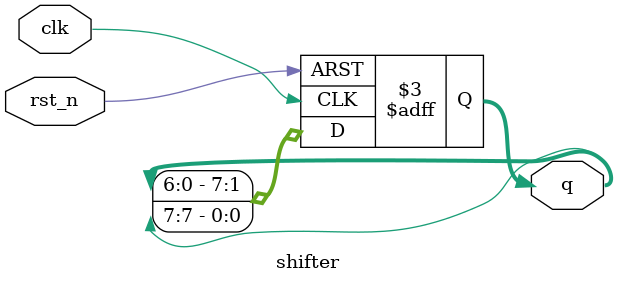
<source format=v>
module shifter(q, clk, rst_n);

output [7:0] q;
input clk;
input rst_n;
reg [7:0] q;

always @(posedge clk or negedge rst_n)
begin
    if (~rst_n)
        q <= 8'b01010101;
    else begin
        q[0] <= q[7];
        q[1] <= q[0];
        q[2] <= q[1];
        q[3] <= q[2];
        q[4] <= q[3];
        q[5] <= q[4];
        q[6] <= q[5];
        q[7] <= q[6];
    end
end
endmodule

</source>
